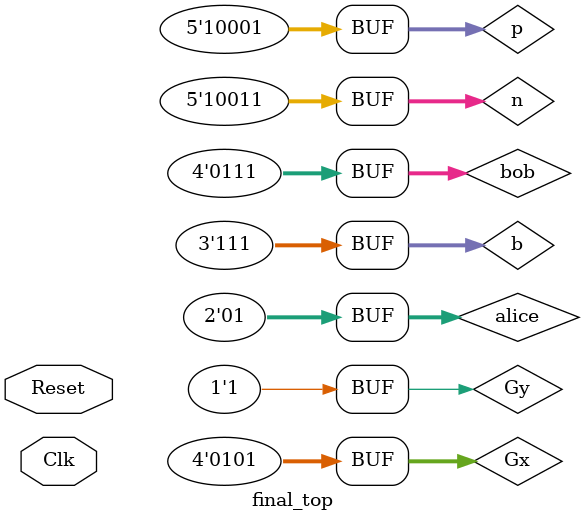
<source format=sv>
/************************************************************************
Avalon-MM Interface for AES Decryption IP Core

Dong Kai Wang, Fall 2017

For use with ECE 385 Experiment 9
University of Illinois ECE Department

Register Map:

 0-3 : 4x 32bit AES Key
 4-7 : 4x 32bit AES Encrypted Message
 8-11: 4x 32bit AES Decrypted Message
   12: Not Used
	13: Not Used
   14: 32bit Start Register
   15: 32bit Done Register

************************************************************************/

module final_top (
	// Avalon Clock Input
	input logic Clk,

	// Avalon Reset Input
	input logic Reset
);

// Registers we need to hold the message (1 reg = 8 chars)
logic [31:0] R0, R1, R2, R3, R4, R5, R6, R7, R8, R9, R10, R11, R12, R13, R14, R15;

logic [2:0] b;
assign b = 3'd7;

/*logic [7:0] alice_outx, alice_outy, bob_outx, bob_outy, secret_x, secret_y;
logic [7:0] p, n, Gx, Gy, alice, bob;*/
logic [4:0] p, n, secret_x, secret_y, bob_outx, bob_outy, alice_outx, alice_outy;
logic [3:0] Gx;
logic Gy;
logic [1:0] alice;
logic [3:0] bob;
/*assign p = 256'hFFFFFFFFFFFFFFFFFFFFFFFFFFFFFFFFFFFFFFFFFFFFFFFFFFFFFFFEFFFFFC2F;
assign n = 256'hFFFFFFFFFFFFFFFFFFFFFFFFFFFFFFFEBAAEDCE6AF48A03BBFD25E8CD0364141;
assign Gx = 256'h79BE667EF9DCBBAC55A06295CE870B07029BFCDB2DCE28D959F2815B16F81798;
assign Gy = 256'h483ADA7726A3C4655DA4FBFC0E1108A8FD17B448A68554199C47D08FFB10D4B8;
assign alice = 4'hffff;/* hard coded number here
assign bob = 4'hffaa; /* hard coded number here */
assign p = 5'd17;
assign n = 5'd19;
assign Gx = 3'd5;
assign Gy = 1'd1;
assign alice = 3'd5;
assign bob = 3'd7;

point_gen alice_point(.Clk, .Reset, .p, .priv_key(alice), .Gx, .Gy,
					  .outx(alice_outx), .outy(alice_outy));
point_gen bob_point(.Clk, .Reset, .p, .priv_key(bob), .Gx, .Gy,
					.outx(bob_outx), .outy(bob_outy));
point_gen secret(.Clk, .Reset, .p, .priv_key(alice), .Gx(bob_outx), .Gy(bob_outy),
				 .outx(secret_x), .outy(secret_y));

//Internal logic and data
/* int main(){
	int alice = rand() % n;
	int bob = rand() % n;
	alice_x, alice_y = point_gen(p, alice, Gx, Gx);
	bob_x, bob_y = point_gen(p, bob, Gx, Gy);
	sym_key_x, sym_key_y = point_gen(p, alice, bob_x, bob_y);

	printf("here's our key please god i hope this is right");
}
*/
//assign EXPORT_DATA = 32'hFFFFFFFF;




endmodule

</source>
